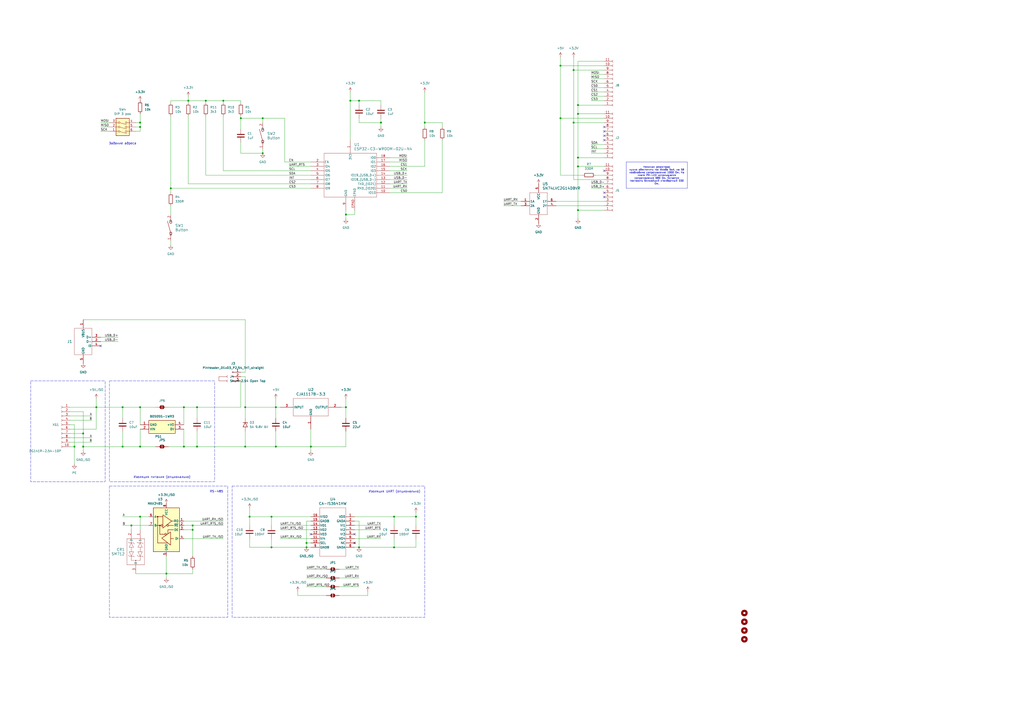
<source format=kicad_sch>
(kicad_sch (version 20231120) (generator "eeschema") (generator_version "8.0")
  (paper "A2")
  (title_block (title "${article} v${version}"))
  (junction (at 228.6 299.72))
  (junction (at 220.98 71.12))
  (junction (at 200.66 124.46))
  (junction (at 109.22 58.42))
  (junction (at 81.28 73.66))
  (junction (at 114.3 236.22))
  (junction (at 144.78 299.72))
  (junction (at 106.68 236.22))
  (junction (at 246.38 71.12))
  (junction (at 335.28 66.04))
  (junction (at 111.76 304.8))
  (junction (at 111.76 307.34))
  (junction (at 325.12 38.1))
  (junction (at 335.28 96.52))
  (junction (at 325.12 68.58))
  (junction (at 177.8 317.5))
  (junction (at 152.4 68.58))
  (junction (at 139.7 68.58))
  (junction (at 208.28 58.42))
  (junction (at 228.6 317.5))
  (junction (at 180.34 259.08))
  (junction (at 99.06 109.22))
  (junction (at 43.18 259.08))
  (junction (at 81.28 259.08))
  (junction (at 106.68 259.08))
  (junction (at 160.02 259.08))
  (junction (at 96.52 332.74))
  (junction (at 81.28 236.22))
  (junction (at 129.54 58.42))
  (junction (at 142.24 259.08))
  (junction (at 76.2 304.8))
  (junction (at 114.3 259.08))
  (junction (at 71.12 259.08))
  (junction (at 48.26 251.46))
  (junction (at 55.88 236.22))
  (junction (at 241.3 299.72))
  (junction (at 48.26 259.08))
  (junction (at 81.28 71.12))
  (junction (at 81.28 299.72))
  (junction (at 157.48 299.72))
  (junction (at 177.8 314.96))
  (junction (at 332.74 40.64))
  (junction (at 332.74 71.12))
  (junction (at 335.28 121.92))
  (junction (at 152.4 88.9))
  (junction (at 208.28 317.5))
  (junction (at 142.24 236.22))
  (junction (at 119.38 58.42))
  (junction (at 203.2 58.42))
  (junction (at 157.48 317.5))
  (junction (at 160.02 236.22))
  (junction (at 335.28 60.96))
  (junction (at 335.28 91.44))
  (junction (at 71.12 236.22))
  (junction (at 200.66 236.22))
  (no_connect (at 350.52 78.74))
  (no_connect (at 205.74 309.88))
  (no_connect (at 350.52 73.66))
  (no_connect (at 350.52 81.28))
  (no_connect (at 350.52 99.06))
  (no_connect (at 350.52 111.76))
  (no_connect (at 180.34 309.88))
  (no_connect (at 350.52 114.3))
  (no_connect (at 350.52 76.2))
  (no_connect (at 205.74 314.96))
  (no_connect (at 58.42 200.66))
  (wire (pts (xy 228.6 299.72) (xy 205.74 299.72)))
  (wire (pts (xy 332.74 40.64) (xy 350.52 40.64)))
  (wire (pts (xy 203.2 53.34) (xy 203.2 58.42)))
  (wire (pts (xy 189.23 340.36) (xy 177.8 340.36)))
  (wire (pts (xy 180.34 312.42) (xy 162.56 312.42)))
  (wire (pts (xy 200.66 124.46) (xy 200.66 127)))
  (wire (pts (xy 325.12 68.58) (xy 325.12 101.6)))
  (wire (pts (xy 205.74 121.92) (xy 205.74 124.46)))
  (wire (pts (xy 139.7 58.42) (xy 139.7 59.69)))
  (wire (pts (xy 228.6 312.42) (xy 228.6 317.5)))
  (wire (pts (xy 139.7 236.22) (xy 114.3 236.22)))
  (wire (pts (xy 58.42 76.2) (xy 63.5 76.2)))
  (wire (pts (xy 325.12 38.1) (xy 325.12 68.58)))
  (wire (pts (xy 342.9 50.8) (xy 350.52 50.8)))
  (wire (pts (xy 205.74 302.26) (xy 208.28 302.26)))
  (wire (pts (xy 43.18 259.08) (xy 40.64 259.08)))
  (wire (pts (xy 180.34 259.08) (xy 180.34 248.92)))
  (wire (pts (xy 78.74 73.66) (xy 81.28 73.66)))
  (wire (pts (xy 241.3 297.18) (xy 241.3 299.72)))
  (wire (pts (xy 228.6 304.8) (xy 228.6 299.72)))
  (wire (pts (xy 43.18 246.38) (xy 43.18 259.08)))
  (wire (pts (xy 129.54 67.31) (xy 129.54 99.06)))
  (wire (pts (xy 342.9 88.9) (xy 350.52 88.9)))
  (wire (pts (xy 160.02 236.22) (xy 160.02 242.57)))
  (wire (pts (xy 157.48 299.72) (xy 144.78 299.72)))
  (wire (pts (xy 78.74 71.12) (xy 81.28 71.12)))
  (wire (pts (xy 152.4 68.58) (xy 152.4 71.12)))
  (wire (pts (xy 322.58 119.38) (xy 350.52 119.38)))
  (wire (pts (xy 246.38 71.12) (xy 246.38 73.66)))
  (wire (pts (xy 139.7 68.58) (xy 139.7 74.93)))
  (wire (pts (xy 189.23 335.28) (xy 177.8 335.28)))
  (wire (pts (xy 81.28 246.38) (xy 81.28 236.22)))
  (wire (pts (xy 139.7 88.9) (xy 152.4 88.9)))
  (wire (pts (xy 226.06 111.76) (xy 256.54 111.76)))
  (wire (pts (xy 241.3 304.8) (xy 241.3 299.72)))
  (wire (pts (xy 142.24 215.9) (xy 139.7 215.9)))
  (wire (pts (xy 157.48 299.72) (xy 180.34 299.72)))
  (wire (pts (xy 208.28 68.58) (xy 208.28 71.12)))
  (wire (pts (xy 342.9 106.68) (xy 350.52 106.68)))
  (wire (pts (xy 335.28 96.52) (xy 335.28 91.44)))
  (wire (pts (xy 226.06 106.68) (xy 236.22 106.68)))
  (wire (pts (xy 335.28 60.96) (xy 335.28 66.04)))
  (wire (pts (xy 144.78 312.42) (xy 144.78 317.5)))
  (wire (pts (xy 220.98 307.34) (xy 205.74 307.34)))
  (wire (pts (xy 322.58 116.84) (xy 350.52 116.84)))
  (wire (pts (xy 81.28 248.92) (xy 81.28 259.08)))
  (wire (pts (xy 246.38 81.28) (xy 246.38 96.52)))
  (wire (pts (xy 142.24 250.19) (xy 142.24 259.08)))
  (wire (pts (xy 119.38 67.31) (xy 119.38 101.6)))
  (wire (pts (xy 332.74 71.12) (xy 350.52 71.12)))
  (wire (pts (xy 71.12 250.19) (xy 71.12 259.08)))
  (wire (pts (xy 40.64 238.76) (xy 48.26 238.76)))
  (wire (pts (xy 189.23 330.2) (xy 177.8 330.2)))
  (wire (pts (xy 208.28 340.36) (xy 196.85 340.36)))
  (wire (pts (xy 177.8 317.5) (xy 157.48 317.5)))
  (wire (pts (xy 208.28 317.5) (xy 205.74 317.5)))
  (wire (pts (xy 342.9 48.26) (xy 350.52 48.26)))
  (wire (pts (xy 157.48 312.42) (xy 157.48 317.5)))
  (wire (pts (xy 76.2 304.8) (xy 71.12 304.8)))
  (wire (pts (xy 71.12 242.57) (xy 71.12 236.22)))
  (wire (pts (xy 111.76 330.2) (xy 111.76 332.74)))
  (wire (pts (xy 114.3 250.19) (xy 114.3 259.08)))
  (wire (pts (xy 99.06 119.38) (xy 99.06 124.46)))
  (wire (pts (xy 99.06 58.42) (xy 109.22 58.42)))
  (wire (pts (xy 106.68 259.08) (xy 114.3 259.08)))
  (wire (pts (xy 129.54 304.8) (xy 111.76 304.8)))
  (wire (pts (xy 139.7 67.31) (xy 139.7 68.58)))
  (wire (pts (xy 97.79 259.08) (xy 106.68 259.08)))
  (wire (pts (xy 350.52 60.96) (xy 335.28 60.96)))
  (wire (pts (xy 160.02 236.22) (xy 162.56 236.22)))
  (wire (pts (xy 99.06 59.69) (xy 99.06 58.42)))
  (wire (pts (xy 228.6 317.5) (xy 208.28 317.5)))
  (wire (pts (xy 129.54 99.06) (xy 180.34 99.06)))
  (wire (pts (xy 58.42 198.12) (xy 68.58 198.12)))
  (wire (pts (xy 342.9 53.34) (xy 350.52 53.34)))
  (wire (pts (xy 109.22 58.42) (xy 119.38 58.42)))
  (wire (pts (xy 139.7 218.44) (xy 142.24 218.44)))
  (wire (pts (xy 58.42 195.58) (xy 68.58 195.58)))
  (wire (pts (xy 142.24 236.22) (xy 142.24 242.57)))
  (wire (pts (xy 203.2 58.42) (xy 203.2 81.28)))
  (wire (pts (xy 180.34 261.62) (xy 180.34 259.08)))
  (wire (pts (xy 208.28 71.12) (xy 220.98 71.12)))
  (wire (pts (xy 152.4 68.58) (xy 165.1 68.58)))
  (wire (pts (xy 99.06 139.7) (xy 99.06 142.24)))
  (wire (pts (xy 99.06 109.22) (xy 99.06 67.31)))
  (wire (pts (xy 325.12 33.02) (xy 325.12 38.1)))
  (wire (pts (xy 109.22 67.31) (xy 109.22 106.68)))
  (wire (pts (xy 241.3 317.5) (xy 228.6 317.5)))
  (wire (pts (xy 241.3 299.72) (xy 228.6 299.72)))
  (wire (pts (xy 200.66 236.22) (xy 200.66 242.57)))
  (wire (pts (xy 40.64 254) (xy 53.34 254)))
  (wire (pts (xy 200.66 121.92) (xy 200.66 124.46)))
  (wire (pts (xy 203.2 58.42) (xy 208.28 58.42)))
  (wire (pts (xy 106.68 307.34) (xy 111.76 307.34)))
  (wire (pts (xy 220.98 58.42) (xy 220.98 60.96)))
  (wire (pts (xy 106.68 236.22) (xy 114.3 236.22)))
  (wire (pts (xy 142.24 259.08) (xy 160.02 259.08)))
  (wire (pts (xy 350.52 121.92) (xy 335.28 121.92)))
  (wire (pts (xy 200.66 259.08) (xy 180.34 259.08)))
  (wire (pts (xy 48.26 251.46) (xy 48.26 259.08)))
  (wire (pts (xy 144.78 304.8) (xy 144.78 299.72)))
  (wire (pts (xy 48.26 238.76) (xy 48.26 251.46)))
  (wire (pts (xy 213.36 345.44) (xy 213.36 342.9)))
  (wire (pts (xy 220.98 312.42) (xy 205.74 312.42)))
  (wire (pts (xy 40.64 248.92) (xy 55.88 248.92)))
  (wire (pts (xy 71.12 259.08) (xy 81.28 259.08)))
  (wire (pts (xy 160.02 259.08) (xy 180.34 259.08)))
  (wire (pts (xy 40.64 246.38) (xy 43.18 246.38)))
  (wire (pts (xy 55.88 231.14) (xy 55.88 236.22)))
  (wire (pts (xy 226.06 91.44) (xy 236.22 91.44)))
  (wire (pts (xy 48.26 259.08) (xy 71.12 259.08)))
  (wire (pts (xy 208.28 58.42) (xy 220.98 58.42)))
  (wire (pts (xy 99.06 109.22) (xy 99.06 111.76)))
  (wire (pts (xy 152.4 86.36) (xy 152.4 88.9)))
  (wire (pts (xy 342.9 58.42) (xy 350.52 58.42)))
  (wire (pts (xy 81.28 66.04) (xy 81.28 71.12)))
  (wire (pts (xy 96.52 332.74) (xy 96.52 335.28)))
  (wire (pts (xy 220.98 71.12) (xy 220.98 73.66)))
  (wire (pts (xy 172.72 342.9) (xy 172.72 345.44)))
  (wire (pts (xy 106.68 246.38) (xy 106.68 236.22)))
  (wire (pts (xy 200.66 124.46) (xy 205.74 124.46)))
  (wire (pts (xy 337.82 101.6) (xy 325.12 101.6)))
  (wire (pts (xy 165.1 68.58) (xy 165.1 93.98)))
  (wire (pts (xy 55.88 236.22) (xy 55.88 248.92)))
  (wire (pts (xy 200.66 236.22) (xy 200.66 231.14)))
  (wire (pts (xy 119.38 101.6) (xy 180.34 101.6)))
  (wire (pts (xy 226.06 99.06) (xy 236.22 99.06)))
  (wire (pts (xy 157.48 304.8) (xy 157.48 299.72)))
  (wire (pts (xy 90.17 236.22) (xy 81.28 236.22)))
  (wire (pts (xy 109.22 106.68) (xy 180.34 106.68)))
  (wire (pts (xy 129.54 58.42) (xy 139.7 58.42)))
  (wire (pts (xy 144.78 294.64) (xy 144.78 299.72)))
  (wire (pts (xy 76.2 307.34) (xy 76.2 304.8)))
  (wire (pts (xy 71.12 236.22) (xy 81.28 236.22)))
  (wire (pts (xy 172.72 345.44) (xy 189.23 345.44)))
  (wire (pts (xy 106.68 248.92) (xy 106.68 259.08)))
  (wire (pts (xy 119.38 58.42) (xy 119.38 59.69)))
  (wire (pts (xy 78.74 332.74) (xy 96.52 332.74)))
  (wire (pts (xy 180.34 307.34) (xy 162.56 307.34)))
  (wire (pts (xy 58.42 71.12) (xy 63.5 71.12)))
  (wire (pts (xy 342.9 55.88) (xy 350.52 55.88)))
  (wire (pts (xy 180.34 314.96) (xy 177.8 314.96)))
  (wire (pts (xy 81.28 299.72) (xy 71.12 299.72)))
  (wire (pts (xy 180.34 302.26) (xy 177.8 302.26)))
  (wire (pts (xy 157.48 317.5) (xy 144.78 317.5)))
  (wire (pts (xy 81.28 307.34) (xy 81.28 299.72)))
  (wire (pts (xy 292.1 116.84) (xy 302.26 116.84)))
  (wire (pts (xy 142.24 185.42) (xy 142.24 215.9)))
  (wire (pts (xy 335.28 66.04) (xy 335.28 91.44)))
  (wire (pts (xy 246.38 71.12) (xy 256.54 71.12)))
  (wire (pts (xy 129.54 58.42) (xy 129.54 59.69)))
  (wire (pts (xy 142.24 218.44) (xy 142.24 236.22)))
  (wire (pts (xy 332.74 40.64) (xy 332.74 71.12)))
  (wire (pts (xy 111.76 307.34) (xy 111.76 322.58)))
  (wire (pts (xy 129.54 312.42) (xy 106.68 312.42)))
  (wire (pts (xy 55.88 236.22) (xy 40.64 236.22)))
  (wire (pts (xy 58.42 73.66) (xy 63.5 73.66)))
  (wire (pts (xy 226.06 109.22) (xy 236.22 109.22)))
  (wire (pts (xy 114.3 242.57) (xy 114.3 236.22)))
  (wire (pts (xy 246.38 53.34) (xy 246.38 71.12)))
  (wire (pts (xy 200.66 250.19) (xy 200.66 259.08)))
  (wire (pts (xy 142.24 259.08) (xy 114.3 259.08)))
  (wire (pts (xy 129.54 302.26) (xy 106.68 302.26)))
  (wire (pts (xy 332.74 33.02) (xy 332.74 40.64)))
  (wire (pts (xy 111.76 332.74) (xy 96.52 332.74)))
  (wire (pts (xy 342.9 83.82) (xy 350.52 83.82)))
  (wire (pts (xy 139.7 68.58) (xy 152.4 68.58)))
  (wire (pts (xy 332.74 104.14) (xy 350.52 104.14)))
  (wire (pts (xy 177.8 302.26) (xy 177.8 314.96)))
  (wire (pts (xy 350.52 35.56) (xy 335.28 35.56)))
  (wire (pts (xy 109.22 58.42) (xy 109.22 59.69)))
  (wire (pts (xy 208.28 335.28) (xy 196.85 335.28)))
  (wire (pts (xy 81.28 73.66) (xy 81.28 76.2)))
  (wire (pts (xy 78.74 76.2) (xy 81.28 76.2)))
  (wire (pts (xy 335.28 96.52) (xy 350.52 96.52)))
  (wire (pts (xy 335.28 35.56) (xy 335.28 60.96)))
  (wire (pts (xy 208.28 330.2) (xy 196.85 330.2)))
  (wire (pts (xy 325.12 38.1) (xy 350.52 38.1)))
  (wire (pts (xy 335.28 121.92) (xy 335.28 127)))
  (wire (pts (xy 196.85 345.44) (xy 213.36 345.44)))
  (wire (pts (xy 177.8 314.96) (xy 177.8 317.5)))
  (wire (pts (xy 226.06 96.52) (xy 246.38 96.52)))
  (wire (pts (xy 55.88 236.22) (xy 71.12 236.22)))
  (wire (pts (xy 226.06 101.6) (xy 236.22 101.6)))
  (wire (pts (xy 335.28 66.04) (xy 350.52 66.04)))
  (wire (pts (xy 81.28 71.12) (xy 81.28 73.66)))
  (wire (pts (xy 241.3 312.42) (xy 241.3 317.5)))
  (wire (pts (xy 160.02 231.14) (xy 160.02 236.22)))
  (wire (pts (xy 43.18 269.24) (xy 43.18 259.08)))
  (wire (pts (xy 86.36 299.72) (xy 81.28 299.72)))
  (wire (pts (xy 81.28 259.08) (xy 90.17 259.08)))
  (wire (pts (xy 160.02 250.19) (xy 160.02 259.08)))
  (wire (pts (xy 256.54 73.66) (xy 256.54 71.12)))
  (wire (pts (xy 292.1 119.38) (xy 302.26 119.38)))
  (wire (pts (xy 40.64 241.3) (xy 53.34 241.3)))
  (wire (pts (xy 342.9 45.72) (xy 350.52 45.72)))
  (wire (pts (xy 342.9 43.18) (xy 350.52 43.18)))
  (wire (pts (xy 342.9 109.22) (xy 350.52 109.22)))
  (wire (pts (xy 111.76 307.34) (xy 111.76 304.8)))
  (wire (pts (xy 198.12 236.22) (xy 200.66 236.22)))
  (wire (pts (xy 86.36 304.8) (xy 76.2 304.8)))
  (wire (pts (xy 350.52 101.6) (xy 345.44 101.6)))
  (wire (pts (xy 180.34 304.8) (xy 162.56 304.8)))
  (wire (pts (xy 97.79 236.22) (xy 106.68 236.22)))
  (wire (pts (xy 48.26 185.42) (xy 142.24 185.42)))
  (wire (pts (xy 180.34 317.5) (xy 177.8 317.5)))
  (wire (pts (xy 226.06 104.14) (xy 236.22 104.14)))
  (wire (pts (xy 142.24 236.22) (xy 160.02 236.22)))
  (wire (pts (xy 335.28 121.92) (xy 335.28 96.52)))
  (wire (pts (xy 208.28 60.96) (xy 208.28 58.42)))
  (wire (pts (xy 40.64 256.54) (xy 53.34 256.54)))
  (wire (pts (xy 109.22 55.88) (xy 109.22 58.42)))
  (wire (pts (xy 119.38 58.42) (xy 129.54 58.42)))
  (wire (pts (xy 335.28 91.44) (xy 350.52 91.44)))
  (wire (pts (xy 220.98 304.8) (xy 205.74 304.8)))
  (wire (pts (xy 208.28 302.26) (xy 208.28 317.5)))
  (wire (pts (xy 332.74 104.14) (xy 332.74 71.12)))
  (wire (pts (xy 256.54 81.28) (xy 256.54 111.76)))
  (wire (pts (xy 48.26 259.08) (xy 48.26 261.62)))
  (wire (pts (xy 167.64 96.52) (xy 180.34 96.52)))
  (wire (pts (xy 226.06 93.98) (xy 236.22 93.98)))
  (wire (pts (xy 139.7 82.55) (xy 139.7 88.9)))
  (wire (pts (xy 139.7 220.98) (xy 139.7 236.22)))
  (wire (pts (xy 325.12 68.58) (xy 350.52 68.58)))
  (wire (pts (xy 342.9 86.36) (xy 350.52 86.36)))
  (wire (pts (xy 165.1 93.98) (xy 180.34 93.98)))
  (wire (pts (xy 40.64 251.46) (xy 48.26 251.46)))
  (wire (pts (xy 111.76 304.8) (xy 106.68 304.8)))
  (wire (pts (xy 99.06 109.22) (xy 180.34 109.22)))
  (wire (pts (xy 96.52 322.58) (xy 96.52 332.74)))
  (wire (pts (xy 167.64 104.14) (xy 180.34 104.14)))
  (wire (pts (xy 220.98 68.58) (xy 220.98 71.12)))
  (wire (pts (xy 40.64 243.84) (xy 53.34 243.84)))
  (rectangle (start 17.78 220.98) (end 60.96 279.4) (stroke (width 0) (type dash)))
  (rectangle (start 246.38 281.94) (end 134.62 358.14) (stroke (width 0) (type dash)))
  (rectangle (start 132.08 281.94) (end 63.5 358.14) (stroke (width 0) (type dash)))
  (rectangle (start 63.5 220.98) (end 124.46 279.4) (stroke (width 0) (type dash)))
  (text_box "Номинал резистора:\nнужно обеспечить ток диода 5мА, на 5В необходимо сопротивление 1000 Ом. На плате PM-LED используются сопротивления 680 Ом. Остается поставить ближайший стандартный 330 Ом." (at 363.22 93.98 0) (size 35.56 15.24) (effects (font (size 1 1))))
  (text "Задание адреса" (at 71.12 83.312 0) (effects (font (size 1.27 1.27))))
  (text "RS-485" (at 129.54 284.48 0) (effects (font (size 1.27 1.27)) (justify right top)))
  (text "Изоляция UART (опционально)" (at 243.84 284.48 0) (effects (font (size 1.27 1.27)) (justify right top)))
  (text "Изоляция питания (опционально)" (at 93.98 276.86 0) (effects (font (size 1.27 1.27))))
  (label "UART_RX_ISO" (at 162.56 312.42 0))
  (label "SDA" (at 342.9 83.82 0))
  (label "USB_D+" (at 68.58 195.58 180))
  (label "CS2" (at 167.64 106.68 0))
  (label "UART_RTS_ISO" (at 129.54 304.8 180))
  (label "USB_D-" (at 68.58 198.12 180))
  (label "CS0" (at 236.22 111.76 180))
  (label "CS1" (at 236.22 96.52 180))
  (label "UART_RX" (at 220.98 312.42 180))
  (label "UART_RTS_ISO" (at 162.56 307.34 0))
  (label "SCK" (at 58.42 76.2 0))
  (label "CS1" (at 342.9 53.34 0))
  (label "UART_TX_ISO" (at 177.8 330.2 0))
  (label "CS2" (at 342.9 55.88 0))
  (label "MISO" (at 58.42 73.66 0))
  (label "SCK" (at 236.22 99.06 180))
  (label "MOSI" (at 342.9 43.18 0))
  (label "UART_RTS" (at 208.28 340.36 180))
  (label "SCL" (at 342.9 86.36 0))
  (label "CS0" (at 342.9 50.8 0))
  (label "UART_RTS" (at 220.98 307.34 180))
  (label "SCK" (at 342.9 48.26 0))
  (label "UART_RX" (at 208.28 335.28 180))
  (label "USB_D+" (at 342.9 109.22 0))
  (label "A" (at 71.12 299.72 0))
  (label "INT" (at 342.9 88.9 0))
  (label "USB_D-" (at 236.22 104.14 180))
  (label "SCL" (at 167.64 99.06 0))
  (label "UART_RX_ISO" (at 177.8 335.28 0))
  (label "USB_D+" (at 236.22 101.6 180))
  (label "A" (at 53.34 254 180))
  (label "MISO" (at 342.9 45.72 0))
  (label "UART_TX_ISO" (at 162.56 304.8 0))
  (label "A" (at 53.34 241.3 180))
  (label "UART_RTS_ISO" (at 177.8 340.36 0))
  (label "UART_TX_ISO" (at 129.54 312.42 180))
  (label "CS3" (at 342.9 58.42 0))
  (label "MISO" (at 236.22 93.98 180))
  (label "SDA" (at 167.64 101.6 0))
  (label "UART_TX" (at 292.1 119.38 0))
  (label "UART_TX" (at 220.98 304.8 180))
  (label "UART_RX" (at 236.22 109.22 180))
  (label "UART_RX_ISO" (at 129.54 302.26 180))
  (label "CS3" (at 167.64 109.22 0))
  (label "EN" (at 167.64 93.98 0))
  (label "MOSI" (at 58.42 71.12 0))
  (label "UART_TX" (at 208.28 330.2 180))
  (label "UART_RX" (at 292.1 116.84 0))
  (label "B" (at 53.34 243.84 180))
  (label "MOSI" (at 236.22 91.44 180))
  (label "B" (at 53.34 256.54 180))
  (label "UART_TX" (at 236.22 106.68 180))
  (label "INT" (at 167.64 104.14 0))
  (label "USB_D-" (at 342.9 106.68 0))
  (label "UART_RTS" (at 167.64 96.52 0))
  (label "B" (at 71.12 304.8 0))
  (symbol (lib_id "kicad_inventree_lib:R_10k_1206_1%") (at 109.22 63.5 0) (unit 1)
    (property "Reference" "R2" (at 111.76 62.2299 0) (effects (justify left)))
    (property "Value" "10k" (at 111.76 64.7699 0) (effects (justify left)))
    (property "Footprint" "Resistor_SMD:R_1206_3216Metric_Pad1.30x1.75mm_HandSolder" (effects (hide yes)))
    (property "Datasheet" "http://inventree.network/part/26/" (effects (hide yes)))
    (property "Description" "Resistor" (effects (hide yes)))
    (property "NextPCB_price" "0.00169" (effects (hide yes)))
    (property "NextPCB_url" "https://www.hqonline.com/product-detail/chip-resistors-fojan-frc1206f3301ts-2500354421" (effects (hide yes)))
    (property "part_ipn" "R_10k_1206_1%" (effects (hide yes)))
  )
  (symbol (lib_id "kicad_inventree_lib:DA-03BLP") (at 71.12 73.66 0) (mirror x) (unit 1)
    (property "Reference" "SW4" (at 71.12 63.5 0))
    (property "Value" "DIP 3 pos" (at 71.12 66.04 0))
    (property "Footprint" "kicad_inventree_lib:DA03BLP" (effects (hide yes)))
    (property "Datasheet" "http://inventree.network/part/175/" (effects (hide yes)))
    (property "Description" "3 positions SPST 24V Blue 25mA 3000 Times Flat Toggle, Raised Style Plugin DIP Switches" (effects (hide yes)))
    (property "part_ipn" "DA-03BLP" (effects (hide yes)))
  )
  (symbol (lib_id "kicad_inventree_lib:TS-1088-AR02016") (at 152.4 86.36 90) (unit 1)
    (property "Reference" "SW2" (at 154.94 77.4699 90) (effects (font (size 1.524 1.524)) (justify right)))
    (property "Value" "Button" (at 154.94 80.0099 90) (effects (font (size 1.524 1.524)) (justify right)))
    (property "Footprint" "kicad_inventree_lib:SW_TS-1088_XNP-M" (effects (hide yes)))
    (property "Datasheet" "http://inventree.network/part/139/" (effects (hide yes)))
    (property "part_ipn" "TS-1088-AR02016 " (effects (hide yes)))
  )
  (symbol (lib_id "power:+3.3V") (at 312.42 106.68 0) (unit 1)
    (property "Reference" "#PWR029" (effects (hide yes)))
    (property "Value" "+3.3V" (at 312.42 101.6 0))
    (property "Description" "Power symbol creates a global label with name \"+3.3V\"" (effects (hide yes)))
  )
  (symbol (lib_id "kicad_inventree_lib:R_10k_1206_1%") (at 81.28 62.23 0) (unit 1)
    (property "Reference" "R6" (at 83.82 60.9599 0) (effects (justify left)))
    (property "Value" "10k" (at 83.82 63.4999 0) (effects (justify left)))
    (property "Footprint" "Resistor_SMD:R_1206_3216Metric_Pad1.30x1.75mm_HandSolder" (effects (hide yes)))
    (property "Datasheet" "http://inventree.network/part/26/" (effects (hide yes)))
    (property "Description" "Resistor" (effects (hide yes)))
    (property "NextPCB_price" "0.00169" (effects (hide yes)))
    (property "NextPCB_url" "https://www.hqonline.com/product-detail/chip-resistors-fojan-frc1206f3301ts-2500354421" (effects (hide yes)))
    (property "part_ipn" "R_10k_1206_1%" (effects (hide yes)))
  )
  (symbol (lib_id "kicad_inventree_lib:C_10uF_16V_1206") (at 208.28 64.77 180) (unit 1)
    (property "Reference" "C2" (at 212.09 63.4999 0) (effects (justify right)))
    (property "Value" "10uF" (at 212.09 66.0399 0) (effects (justify right)))
    (property "Footprint" "Capacitor_SMD:C_1206_3216Metric_Pad1.33x1.80mm_HandSolder" (effects (hide yes)))
    (property "Datasheet" "http://inventree.network/part/141/" (effects (hide yes)))
    (property "Description" "Unpolarized capacitor" (effects (hide yes)))
    (property "part_ipn" "C_10uF_16V_1206" (effects (hide yes)))
  )
  (symbol (lib_id "power:GND") (at 208.28 317.5 0) (mirror y) (unit 1)
    (property "Reference" "#PWR021" (effects (hide yes)))
    (property "Value" "GND" (at 208.28 322.58 0))
    (property "Description" "Power symbol creates a global label with name \"GND\" , ground" (effects (hide yes)))
  )
  (symbol (lib_id "kicad_inventree_lib:R_330R_1206_1%") (at 99.06 115.57 0) (unit 1)
    (property "Reference" "R4" (at 101.6 114.2999 0) (effects (justify left)))
    (property "Value" "330R" (at 101.6 116.8399 0) (effects (justify left)))
    (property "Footprint" "Resistor_SMD:R_1206_3216Metric_Pad1.30x1.75mm_HandSolder" (effects (hide yes)))
    (property "Datasheet" "http://inventree.network/part/140/" (effects (hide yes)))
    (property "Description" "Resistor" (effects (hide yes)))
    (property "part_ipn" "R_330R_1206_1% " (effects (hide yes)))
  )
  (symbol (lib_id "power:+3.3V") (at 81.28 58.42 0) (unit 1)
    (property "Reference" "#PWR012" (effects (hide yes)))
    (property "Value" "+3.3V" (at 81.28 53.34 0))
    (property "Description" "Power symbol creates a global label with name \"+3.3V\"" (effects (hide yes)))
  )
  (symbol (lib_id "kicad_inventree_lib:C_1uF_16V_1206") (at 139.7 78.74 0) (unit 1)
    (property "Reference" "C1" (at 143.51 77.4699 0) (effects (justify left)))
    (property "Value" "1uF" (at 143.51 80.0099 0) (effects (justify left)))
    (property "Footprint" "Capacitor_SMD:C_1206_3216Metric_Pad1.33x1.80mm_HandSolder" (effects (hide yes)))
    (property "Datasheet" "http://inventree.network/part/141/" (effects (hide yes)))
    (property "Description" "Unpolarized capacitor" (effects (hide yes)))
    (property "part_ipn" "C_1uF_16V_1206" (effects (hide yes)))
  )
  (symbol (lib_id "power:GND") (at 220.98 73.66 0) (unit 1)
    (property "Reference" "#PWR010" (effects (hide yes)))
    (property "Value" "GND" (at 220.98 78.74 0))
    (property "Description" "Power symbol creates a global label with name \"GND\" , ground" (effects (hide yes)))
  )
  (symbol (lib_id "kicad_inventree_lib:R_10k_1206_1%") (at 99.06 63.5 0) (unit 1)
    (property "Reference" "R3" (at 101.6 62.2299 0) (effects (justify left)))
    (property "Value" "10k" (at 101.6 64.7699 0) (effects (justify left)))
    (property "Footprint" "Resistor_SMD:R_1206_3216Metric_Pad1.30x1.75mm_HandSolder" (effects (hide yes)))
    (property "Datasheet" "http://inventree.network/part/26/" (effects (hide yes)))
    (property "Description" "Resistor" (effects (hide yes)))
    (property "NextPCB_price" "0.00169" (effects (hide yes)))
    (property "NextPCB_url" "https://www.hqonline.com/product-detail/chip-resistors-fojan-frc1206f3301ts-2500354421" (effects (hide yes)))
    (property "part_ipn" "R_10k_1206_1%" (effects (hide yes)))
  )
  (symbol (lib_id "kicad_inventree_lib:C_22uF_16V_1206") (at 200.66 246.38 0) (unit 1)
    (property "Reference" "C5" (at 204.47 245.1099 0) (effects (justify left)))
    (property "Value" "22uF" (at 204.47 247.6499 0) (effects (justify left)))
    (property "Footprint" "Capacitor_SMD:C_1206_3216Metric_Pad1.33x1.80mm_HandSolder" (effects (hide yes)))
    (property "Datasheet" "http://inventree.network/part/166/" (effects (hide yes)))
    (property "Description" "Unpolarized capacitor" (effects (hide yes)))
    (property "part_ipn" "C_22uF_16V_1206" (effects (hide yes)))
  )
  (symbol (lib_id "power:+5V") (at 325.12 33.02 0) (unit 1)
    (property "Reference" "#PWR03" (effects (hide yes)))
    (property "Value" "+5V" (at 325.12 27.94 0))
    (property "Description" "Power symbol creates a global label with name \"+5V\"" (effects (hide yes)))
  )
  (symbol (lib_id "kicad_inventree_lib:C_10uF_16V_1206") (at 228.6 308.61 0) (mirror y) (unit 1)
    (property "Reference" "C9" (at 224.79 307.3399 0) (effects (justify left)))
    (property "Value" "10uF" (at 224.79 309.8799 0) (effects (justify left)))
    (property "Footprint" "Capacitor_SMD:C_1206_3216Metric_Pad1.33x1.80mm_HandSolder" (effects (hide yes)))
    (property "Datasheet" "http://inventree.network/part/141/" (effects (hide yes)))
    (property "Description" "Unpolarized capacitor" (effects (hide yes)))
    (property "part_ipn" "C_10uF_16V_1206" (effects (hide yes)))
    (property "optional" "1" (effects (hide yes)))
  )
  (symbol (lib_id "Jumper:SolderJumper_2_Open") (at 193.04 340.36 0) (mirror y) (unit 1) (exclude_from_sim yes) (in_bom no)
    (property "Reference" "JP3" (at 193.04 336.55 0))
    (property "Value" "SolderJumper_2_Open" (effects (hide yes)))
    (property "Footprint" "Jumper:SolderJumper-2_P1.3mm_Open_RoundedPad1.0x1.5mm" (effects (hide yes)))
    (property "Description" "Solder Jumper, 2-pole, open" (effects (hide yes)))
  )
  (symbol (lib_id "power:+3.3V") (at 172.72 342.9 0) (mirror y) (unit 1)
    (property "Reference" "#PWR026" (effects (hide yes)))
    (property "Value" "+3.3V_ISO" (at 172.72 337.82 0))
    (property "Description" "Power symbol creates a global label with name \"+3.3V\"" (effects (hide yes)))
  )
  (symbol (lib_id "kicad_inventree_lib:MountingHole_M2") (at 431.8 365.76 0) (unit 1) (exclude_from_sim yes) (in_bom no)
    (property "Reference" "H3" (effects (hide yes)))
    (property "Value" "MountingHole_M2" (effects (hide yes)))
    (property "Footprint" "kicad_inventree_lib:MountingHole_M2" (effects (hide yes)))
    (property "Description" "Mounting Hole without connection" (effects (hide yes)))
  )
  (symbol (lib_id "kicad_inventree_lib:MountingHole_M2") (at 431.8 370.84 0) (unit 1) (exclude_from_sim yes) (in_bom no)
    (property "Reference" "H4" (effects (hide yes)))
    (property "Value" "MountingHole_M2" (effects (hide yes)))
    (property "Footprint" "kicad_inventree_lib:MountingHole_M2" (effects (hide yes)))
    (property "Description" "Mounting Hole without connection" (effects (hide yes)))
  )
  (symbol (lib_id "kicad_inventree_lib:DG141R-2.54-10P") (at 35.56 246.38 0) (mirror y) (unit 1)
    (property "Reference" "XG1" (at 34.29 246.3799 0) (effects (justify left)))
    (property "Value" "DG141R-2.54-10P" (at 35.56 261.62 0) (effects (justify left)))
    (property "Footprint" "kicad_inventree_lib:DG141R-2.54-10P" (effects (hide yes)))
    (property "Datasheet" "http://inventree.network/platform/part/183/details" (effects (hide yes)))
    (property "Description" "Generic connector, single row, 01x10, script generated" (effects (hide yes)))
    (property "part_ipn" "DG141R-2.54-10P" (effects (hide yes)))
  )
  (symbol (lib_id "kicad_inventree_lib:TS-1088-AR02016") (at 99.06 139.7 90) (unit 1)
    (property "Reference" "SW1" (at 101.6 130.8099 90) (effects (font (size 1.524 1.524)) (justify right)))
    (property "Value" "Button" (at 101.6 133.3499 90) (effects (font (size 1.524 1.524)) (justify right)))
    (property "Footprint" "kicad_inventree_lib:SW_TS-1088_XNP-M" (effects (hide yes)))
    (property "Datasheet" "http://inventree.network/part/139/" (effects (hide yes)))
    (property "part_ipn" "TS-1088-AR02016 " (effects (hide yes)))
  )
  (symbol (lib_id "power:GND") (at 152.4 88.9 0) (unit 1)
    (property "Reference" "#PWR09" (effects (hide yes)))
    (property "Value" "GND" (at 152.4 93.98 0))
    (property "Description" "Power symbol creates a global label with name \"GND\" , ground" (effects (hide yes)))
  )
  (symbol (lib_name "AFA07-S10FCC-00_2") (lib_id "kicad_inventree_lib:AFA07-S10FCC-00") (at 355.6 81.28 0) (mirror x) (unit 1)
    (property "Reference" "J2" (at 356.87 80.0101 0) (effects (justify left)))
    (property "Value" "AFA07-S10FCC-00" (effects (hide yes)))
    (property "Footprint" "kicad_inventree_lib:CONN10_AFA07-S10_JUS" (effects (hide yes)))
    (property "Datasheet" "http://inventree.network/part/170/" (effects (hide yes)))
    (property "Description" "Generic connector, single row, 01x10, script generated" (effects (hide yes)))
    (property "part_ipn" "AFA07-S10FCC-00" (effects (hide yes)))
  )
  (symbol (lib_id "kicad_inventree_lib:LESD3Z5.0T1G") (at 142.24 246.38 270) (unit 1)
    (property "Reference" "D3" (at 144.78 245.1099 90) (effects (justify left)))
    (property "Value" "5A 9.8V 6V" (at 144.78 247.6499 90) (effects (justify left)))
    (property "Footprint" "Diode_SMD:D_SOD-323_HandSoldering" (effects (hide yes)))
    (property "Datasheet" "http://inventree.network/part/167/" (effects (hide yes)))
    (property "Description" "5A 9.8V 6V Unidirectional 5V SOD-323 ESD and Surge Protection (TVS/ESD) ROHS" (effects (hide yes)))
    (property "part_ipn" "LESD3Z5.0T1G" (effects (hide yes)))
  )
  (symbol (lib_id "kicad_inventree_lib:R_10k_1206_1%") (at 246.38 77.47 0) (unit 1)
    (property "Reference" "R8" (at 248.92 76.1999 0) (effects (justify left)))
    (property "Value" "10k" (at 248.92 78.7399 0) (effects (justify left)))
    (property "Footprint" "Resistor_SMD:R_1206_3216Metric_Pad1.30x1.75mm_HandSolder" (effects (hide yes)))
    (property "Datasheet" "http://inventree.network/part/26/" (effects (hide yes)))
    (property "Description" "Resistor" (effects (hide yes)))
    (property "NextPCB_price" "0.00169" (effects (hide yes)))
    (property "NextPCB_url" "https://www.hqonline.com/product-detail/chip-resistors-fojan-frc1206f3301ts-2500354421" (effects (hide yes)))
    (property "part_ipn" "R_10k_1206_1%" (effects (hide yes)))
  )
  (symbol (lib_id "kicad_inventree_lib:R_3k3_1206_1%") (at 129.54 63.5 0) (unit 1)
    (property "Reference" "R10" (at 132.08 62.2299 0) (effects (justify left)))
    (property "Value" "3k3" (at 132.08 64.7699 0) (effects (justify left)))
    (property "Footprint" "Resistor_SMD:R_1206_3216Metric_Pad1.30x1.75mm_HandSolder" (effects (hide yes)))
    (property "Datasheet" "http://inventree.network/part/4/" (effects (hide yes)))
    (property "Description" "Resistor" (effects (hide yes)))
    (property "NextPCB_price" "0.00169" (effects (hide yes)))
    (property "NextPCB_url" "https://www.hqonline.com/product-detail/chip-resistors-fojan-frc1206f3301ts-2500354421" (effects (hide yes)))
    (property "part_ipn" "R_3k3_1206_1%" (effects (hide yes)))
  )
  (symbol (lib_id "power:+3.3V") (at 332.74 33.02 0) (unit 1)
    (property "Reference" "#PWR04" (effects (hide yes)))
    (property "Value" "+3.3V" (at 332.74 27.94 0))
    (property "Description" "Power symbol creates a global label with name \"+3.3V\"" (effects (hide yes)))
  )
  (symbol (lib_id "kicad_inventree_lib:PinHeader_01x03_P2.54_THT_straight") (at 134.62 215.9 0) (unit 1)
    (property "Reference" "J3" (at 135.255 210.82 0))
    (property "Value" "PinHeader_01x03_P2.54_THT_straight" (at 135.255 213.36 0))
    (property "Footprint" "Connector_PinHeader_2.54mm:PinHeader_1x03_P2.54mm_Vertical" (effects (hide yes)))
    (property "Description" "Generic connector, single row, 01x05, script generated" (effects (hide yes)))
    (property "part_ipn" "PinHeader_01x03_P2.54_THT_straight" (effects (hide yes)))
  )
  (symbol (lib_id "kicad_inventree_lib:XKG_U254-051T-4BH83-S1S") (at 48.26 190.5 0) (mirror y) (unit 1)
    (property "Reference" "J1" (at 41.91 198.1199 0) (effects (font (size 1.524 1.524)) (justify left)))
    (property "Value" "U254-051T-4BH83-S1S" (effects (hide yes)))
    (property "Footprint" "kicad_inventree_lib:CONN5_H83-S1S_XKB" (effects (hide yes)))
    (property "Datasheet" "http://inventree.network/part/136/" (effects (hide yes)))
    (property "part_ipn" "U254-051T-4BH83-S1S " (effects (hide yes)))
  )
  (symbol (lib_id "kicad_inventree_lib:C_1uF_16V_1206") (at 220.98 64.77 0) (unit 1)
    (property "Reference" "C3" (at 224.79 63.4999 0) (effects (justify left)))
    (property "Value" "1uF" (at 224.79 66.0399 0) (effects (justify left)))
    (property "Footprint" "Capacitor_SMD:C_1206_3216Metric_Pad1.33x1.80mm_HandSolder" (effects (hide yes)))
    (property "Datasheet" "http://inventree.network/part/141/" (effects (hide yes)))
    (property "Description" "Unpolarized capacitor" (effects (hide yes)))
    (property "part_ipn" "C_1uF_16V_1206" (effects (hide yes)))
  )
  (symbol (lib_id "kicad_inventree_lib:B0505S-1WR3") (at 78.74 246.38 0) (unit 1)
    (property "Reference" "PS1" (at 89.916 253.238 0) (effects (justify left)))
    (property "Value" "B0505S-1WR3" (at 86.868 241.554 0) (effects (justify left)))
    (property "Footprint" "kicad_inventree_lib:B0505S1WR3" (effects (hide yes)))
    (property "Datasheet" "http://inventree.network/platform/part/181/details" (effects (hide yes)))
    (property "Description" "SIP Converter" (effects (hide yes)))
    (property "Height" "10.16" (effects (hide yes)))
    (property "Manufacturer_Name" "Mornsun Power" (effects (hide yes)))
    (property "Manufacturer_Part_Number" "B0505S-1WR3" (effects (hide yes)))
    (property "part_ipn" "B0505S-1WR3" (effects (hide yes)))
    (property "optional" "1" (effects (hide yes)))
  )
  (symbol (lib_id "Jumper:SolderJumper_2_Open") (at 93.98 259.08 0) (unit 1) (exclude_from_sim yes) (in_bom no)
    (property "Reference" "JP5" (at 93.98 255.27 0))
    (property "Value" "SolderJumper_2_Open" (effects (hide yes)))
    (property "Footprint" "Jumper:SolderJumper-2_P1.3mm_Open_RoundedPad1.0x1.5mm" (effects (hide yes)))
    (property "Description" "Solder Jumper, 2-pole, open" (effects (hide yes)))
  )
  (symbol (lib_id "Jumper:SolderJumper_2_Open") (at 93.98 236.22 0) (unit 1) (exclude_from_sim yes) (in_bom no)
    (property "Reference" "JP6" (at 93.98 232.41 0))
    (property "Value" "SolderJumper_2_Open" (effects (hide yes)))
    (property "Footprint" "Jumper:SolderJumper-2_P1.3mm_Open_RoundedPad1.0x1.5mm" (effects (hide yes)))
    (property "Description" "Solder Jumper, 2-pole, open" (effects (hide yes)))
  )
  (symbol (lib_id "power:+3.3V") (at 96.52 292.1 0) (mirror y) (unit 1)
    (property "Reference" "#PWR017" (effects (hide yes)))
    (property "Value" "+3.3V_ISO" (at 96.52 287.02 0))
    (property "Description" "Power symbol creates a global label with name \"+3.3V\"" (effects (hide yes)))
  )
  (symbol (lib_id "kicad_inventree_lib:SN74LVC2G14DBVR") (at 312.42 111.76 0) (unit 1)
    (property "Reference" "U5" (at 314.6141 106.68 0) (effects (font (size 1.524 1.524)) (justify left)))
    (property "Value" "SN74LVC2G14DBVR" (at 314.6141 109.22 0) (effects (font (size 1.524 1.524)) (justify left)))
    (property "Footprint" "kicad_inventree_lib:DBV6-M" (effects (hide yes)))
    (property "Datasheet" "SN74LVC2G14DBVR" (effects (hide yes)))
  )
  (symbol (lib_id "power:+3.3V") (at 203.2 53.34 0) (unit 1)
    (property "Reference" "#PWR014" (effects (hide yes)))
    (property "Value" "+3.3V" (at 203.2 48.26 0))
    (property "Description" "Power symbol creates a global label with name \"+3.3V\"" (effects (hide yes)))
  )
  (symbol (lib_id "power:GND") (at 180.34 261.62 0) (mirror y) (unit 1)
    (property "Reference" "#PWR05" (effects (hide yes)))
    (property "Value" "GND" (at 180.34 266.7 0))
    (property "Description" "Power symbol creates a global label with name \"GND\" , ground" (effects (hide yes)))
  )
  (symbol (lib_id "kicad_inventree_lib:R_330R_1206_1%") (at 341.63 101.6 90) (unit 1)
    (property "Reference" "R7" (at 341.63 95.25 90))
    (property "Value" "330R" (at 341.63 97.79 90))
    (property "Footprint" "Resistor_SMD:R_1206_3216Metric_Pad1.30x1.75mm_HandSolder" (effects (hide yes)))
    (property "Datasheet" "http://inventree.network/part/140/" (effects (hide yes)))
    (property "Description" "Resistor" (effects (hide yes)))
    (property "part_ipn" "R_330R_1206_1% " (effects (hide yes)))
  )
  (symbol (lib_id "kicad_inventree_lib:MountingHole_M2") (at 431.8 360.68 0) (unit 1) (exclude_from_sim yes) (in_bom no)
    (property "Reference" "H2" (effects (hide yes)))
    (property "Value" "MountingHole_M2" (effects (hide yes)))
    (property "Footprint" "kicad_inventree_lib:MountingHole_M2" (effects (hide yes)))
    (property "Description" "Mounting Hole without connection" (effects (hide yes)))
  )
  (symbol (lib_id "kicad_inventree_lib:ESP32-C3-WROOM-02U-N4") (at 203.2 88.9 0) (unit 1)
    (property "Reference" "U1" (at 205.3941 83.82 0) (effects (font (size 1.524 1.524)) (justify left)))
    (property "Value" "ESP32-C3-WROOM-02U-N4" (at 205.3941 86.36 0) (effects (font (size 1.524 1.524)) (justify left)))
    (property "Footprint" "kicad_inventree_lib:ESP32-C3-WROOM-02U_EXP" (effects (hide yes)))
    (property "Datasheet" "http://inventree.network/part/132/" (effects (hide yes)))
    (property "part_ipn" "ESP32-C3-WROOM-02U-N4" (effects (hide yes)))
  )
  (symbol (lib_id "kicad_inventree_lib:C_100nF_50V_1206") (at 241.3 308.61 0) (mirror y) (unit 1)
    (property "Reference" "C6" (at 237.49 307.3399 0) (effects (justify left)))
    (property "Value" "100nF" (at 237.49 309.8799 0) (effects (justify left)))
    (property "Footprint" "Capacitor_SMD:C_1206_3216Metric_Pad1.33x1.80mm_HandSolder" (effects (hide yes)))
    (property "Datasheet" "http://inventree.network/part/44/" (effects (hide yes)))
    (property "Description" "Unpolarized capacitor" (effects (hide yes)))
    (property "part_ipn" "C_100nF_50V_1206" (effects (hide yes)))
    (property "optional" "1" (effects (hide yes)))
  )
  (symbol (lib_id "Interface_UART:MAX3485") (at 96.52 307.34 0) (mirror y) (unit 1)
    (property "Reference" "U3" (at 94.3259 289.56 0) (effects (justify left)))
    (property "Value" "MAX3485" (at 94.3259 292.1 0) (effects (justify left)))
    (property "Footprint" "Package_SO:SOIC-8_3.9x4.9mm_P1.27mm" (effects (hide yes)))
    (property "Datasheet" "https://datasheets.maximintegrated.com/en/ds/MAX3483-MAX3491.pdf" (effects (hide yes)))
    (property "Description" "True RS-485/RS-422, 10Mbps, Slew-Rate Limited, with low-power shutdown, with receiver/driver enable, 32 receiver drive capacitity, DIP-8 and SOIC-8" (effects (hide yes)))
  )
  (symbol (lib_id "power:GND") (at 99.06 142.24 0) (unit 1)
    (property "Reference" "#PWR08" (effects (hide yes)))
    (property "Value" "GND" (at 99.06 147.32 0))
    (property "Description" "Power symbol creates a global label with name \"GND\" , ground" (effects (hide yes)))
  )
  (symbol (lib_id "power:+3.3V") (at 144.78 294.64 0) (mirror y) (unit 1)
    (property "Reference" "#PWR020" (effects (hide yes)))
    (property "Value" "+3.3V_ISO" (at 144.78 289.56 0))
    (property "Description" "Power symbol creates a global label with name \"+3.3V\"" (effects (hide yes)))
  )
  (symbol (lib_id "kicad_inventree_lib:R_10k_1206_1%") (at 256.54 77.47 0) (unit 1)
    (property "Reference" "R9" (at 259.08 76.1999 0) (effects (justify left)))
    (property "Value" "10k" (at 259.08 78.7399 0) (effects (justify left)))
    (property "Footprint" "Resistor_SMD:R_1206_3216Metric_Pad1.30x1.75mm_HandSolder" (effects (hide yes)))
    (property "Datasheet" "http://inventree.network/part/26/" (effects (hide yes)))
    (property "Description" "Resistor" (effects (hide yes)))
    (property "NextPCB_price" "0.00169" (effects (hide yes)))
    (property "NextPCB_url" "https://www.hqonline.com/product-detail/chip-resistors-fojan-frc1206f3301ts-2500354421" (effects (hide yes)))
    (property "part_ipn" "R_10k_1206_1%" (effects (hide yes)))
  )
  (symbol (lib_name "AFA07-S10FCC-00_1") (lib_id "kicad_inventree_lib:AFA07-S10FCC-00") (at 355.6 50.8 0) (mirror x) (unit 1)
    (property "Reference" "J8" (at 356.87 49.5301 0) (effects (justify left)))
    (property "Value" "AFA07-S10FCC-00" (effects (hide yes)))
    (property "Footprint" "kicad_inventree_lib:CONN10_AFA07-S10_JUS" (effects (hide yes)))
    (property "Datasheet" "http://inventree.network/part/170/" (effects (hide yes)))
    (property "Description" "Generic connector, single row, 01x10, script generated" (effects (hide yes)))
    (property "part_ipn" "AFA07-S10FCC-00" (effects (hide yes)))
  )
  (symbol (lib_id "power:+5V") (at 55.88 231.14 0) (mirror y) (unit 1)
    (property "Reference" "#PWR024" (effects (hide yes)))
    (property "Value" "+5V_ISO" (at 55.88 226.06 0))
    (property "Description" "Power symbol creates a global label with name \"+5V\"" (effects (hide yes)))
  )
  (symbol (lib_id "power:GND") (at 177.8 317.5 0) (mirror y) (unit 1)
    (property "Reference" "#PWR022" (effects (hide yes)))
    (property "Value" "GND_ISO" (at 177.8 322.58 0))
    (property "Description" "Power symbol creates a global label with name \"GND\" , ground" (effects (hide yes)))
  )
  (symbol (lib_id "power:GND") (at 200.66 127 0) (unit 1)
    (property "Reference" "#PWR07" (effects (hide yes)))
    (property "Value" "GND" (at 200.66 132.08 0))
    (property "Description" "Power symbol creates a global label with name \"GND\" , ground" (effects (hide yes)))
  )
  (symbol (lib_id "kicad_inventree_lib:C_10uF_16V_1206") (at 114.3 246.38 0) (unit 1)
    (property "Reference" "C11" (at 118.11 245.1099 0) (effects (justify left)))
    (property "Value" "10uF" (at 118.11 247.6499 0) (effects (justify left)))
    (property "Footprint" "Capacitor_SMD:C_1206_3216Metric_Pad1.33x1.80mm_HandSolder" (effects (hide yes)))
    (property "Datasheet" "http://inventree.network/part/141/" (effects (hide yes)))
    (property "Description" "Unpolarized capacitor" (effects (hide yes)))
    (property "part_ipn" "C_10uF_16V_1206" (effects (hide yes)))
    (property "optional" "1" (effects (hide yes)))
  )
  (symbol (lib_id "power:+3.3V") (at 241.3 297.18 0) (mirror y) (unit 1)
    (property "Reference" "#PWR019" (effects (hide yes)))
    (property "Value" "+3.3V" (at 241.3 292.1 0))
    (property "Description" "Power symbol creates a global label with name \"+3.3V\"" (effects (hide yes)))
  )
  (symbol (lib_id "Jumper:SolderJumper_2_Open") (at 193.04 345.44 0) (mirror y) (unit 1) (exclude_from_sim yes) (in_bom no)
    (property "Reference" "JP4" (at 193.04 341.63 0))
    (property "Value" "SolderJumper_2_Open" (effects (hide yes)))
    (property "Footprint" "Jumper:SolderJumper-2_P1.3mm_Open_RoundedPad1.0x1.5mm" (effects (hide yes)))
    (property "Description" "Solder Jumper, 2-pole, open" (effects (hide yes)))
  )
  (symbol (lib_id "power:GND") (at 335.28 127 0) (unit 1)
    (property "Reference" "#PWR011" (effects (hide yes)))
    (property "Value" "GND" (at 335.28 132.08 0))
    (property "Description" "Power symbol creates a global label with name \"GND\" , ground" (effects (hide yes)))
  )
  (symbol (lib_id "power:+3.3V") (at 200.66 231.14 0) (unit 1)
    (property "Reference" "#PWR06" (effects (hide yes)))
    (property "Value" "+3.3V" (at 200.66 226.06 0))
    (property "Description" "Power symbol creates a global label with name \"+3.3V\"" (effects (hide yes)))
  )
  (symbol (lib_id "power:GND") (at 43.18 269.24 0) (mirror y) (unit 1)
    (property "Reference" "#PWR018" (effects (hide yes)))
    (property "Value" "PE" (at 43.18 274.32 0))
    (property "Description" "Power symbol creates a global label with name \"GND\" , ground" (effects (hide yes)))
  )
  (symbol (lib_id "kicad_inventree_lib:R_3k3_1206_1%") (at 119.38 63.5 0) (unit 1)
    (property "Reference" "R11" (at 121.92 62.2299 0) (effects (justify left)))
    (property "Value" "3k3" (at 121.92 64.7699 0) (effects (justify left)))
    (property "Footprint" "Resistor_SMD:R_1206_3216Metric_Pad1.30x1.75mm_HandSolder" (effects (hide yes)))
    (property "Datasheet" "http://inventree.network/part/4/" (effects (hide yes)))
    (property "Description" "Resistor" (effects (hide yes)))
    (property "NextPCB_price" "0.00169" (effects (hide yes)))
    (property "NextPCB_url" "https://www.hqonline.com/product-detail/chip-resistors-fojan-frc1206f3301ts-2500354421" (effects (hide yes)))
    (property "part_ipn" "R_3k3_1206_1%" (effects (hide yes)))
  )
  (symbol (lib_id "kicad_inventree_lib:AFA07-S10FCC-00") (at 355.6 111.76 0) (mirror x) (unit 1)
    (property "Reference" "J5" (at 356.87 110.4901 0) (effects (justify left)))
    (property "Value" "AFA07-S10FCC-00" (effects (hide yes)))
    (property "Footprint" "kicad_inventree_lib:CONN10_AFA07-S10_JUS" (effects (hide yes)))
    (property "Datasheet" "http://inventree.network/part/170/" (effects (hide yes)))
    (property "Description" "Generic connector, single row, 01x10, script generated" (effects (hide yes)))
    (property "part_ipn" "AFA07-S10FCC-00" (effects (hide yes)))
  )
  (symbol (lib_id "power:GND") (at 48.26 210.82 0) (mirror y) (unit 1)
    (property "Reference" "#PWR028" (effects (hide yes)))
    (property "Value" "GND" (at 48.26 215.9 0))
    (property "Description" "Power symbol creates a global label with name \"GND\" , ground" (effects (hide yes)))
  )
  (symbol (lib_id "kicad_inventree_lib:SM712") (at 78.74 312.42 0) (mirror y) (unit 1)
    (property "Reference" "CR1" (at 72.39 318.7699 0) (effects (font (size 1.524 1.524)) (justify left)))
    (property "Value" "SM712" (at 72.39 321.3099 0) (effects (font (size 1.524 1.524)) (justify left)))
    (property "Footprint" "kicad_inventree_lib:SOT23-3_LTF-M" (effects (hide yes)))
    (property "Datasheet" "SM712-02HTG" (effects (hide yes)))
  )
  (symbol (lib_id "kicad_inventree_lib:C_10uF_16V_1206") (at 71.12 246.38 0) (unit 1)
    (property "Reference" "C7" (at 74.93 245.1099 0) (effects (justify left)))
    (property "Value" "10uF" (at 74.93 247.6499 0) (effects (justify left)))
    (property "Footprint" "Capacitor_SMD:C_1206_3216Metric_Pad1.33x1.80mm_HandSolder" (effects (hide yes)))
    (property "Datasheet" "http://inventree.network/part/141/" (effects (hide yes)))
    (property "Description" "Unpolarized capacitor" (effects (hide yes)))
    (property "part_ipn" "C_10uF_16V_1206" (effects (hide yes)))
    (property "optional" "1" (effects (hide yes)))
  )
  (symbol (lib_id "Jumper:SolderJumper_2_Open") (at 193.04 330.2 0) (mirror y) (unit 1) (exclude_from_sim yes) (in_bom no)
    (property "Reference" "JP1" (at 193.04 326.39 0))
    (property "Value" "SolderJumper_2_Open" (effects (hide yes)))
    (property "Footprint" "Jumper:SolderJumper-2_P1.3mm_Open_RoundedPad1.0x1.5mm" (effects (hide yes)))
    (property "Description" "Solder Jumper, 2-pole, open" (effects (hide yes)))
  )
  (symbol (lib_id "kicad_inventree_lib:C_100nF_50V_1206") (at 157.48 308.61 0) (mirror y) (unit 1)
    (property "Reference" "C8" (at 153.67 307.3399 0) (effects (justify left)))
    (property "Value" "100nF" (at 153.67 309.8799 0) (effects (justify left)))
    (property "Footprint" "Capacitor_SMD:C_1206_3216Metric_Pad1.33x1.80mm_HandSolder" (effects (hide yes)))
    (property "Datasheet" "http://inventree.network/part/44/" (effects (hide yes)))
    (property "Description" "Unpolarized capacitor" (effects (hide yes)))
    (property "part_ipn" "C_100nF_50V_1206" (effects (hide yes)))
    (property "optional" "1" (effects (hide yes)))
  )
  (symbol (lib_id "kicad_inventree_lib:CA-IS3641HW") (at 193.04 294.64 0) (mirror y) (unit 1)
    (property "Reference" "U4" (at 193.04 289.56 0) (effects (font (size 1.524 1.524))))
    (property "Value" "CA-IS3641HW" (at 193.04 292.1 0) (effects (font (size 1.524 1.524))))
    (property "Footprint" "kicad_inventree_lib:SOIC16-WBW_CLG-M" (effects (hide yes)))
    (property "Datasheet" "http://inventree.network/part/115/" (effects (hide yes)))
    (property "part_ipn" "CA-IS3641HW" (effects (hide yes)))
    (property "optional" "1" (effects (hide yes)))
  )
  (symbol (lib_id "power:+3.3V") (at 109.22 55.88 0) (unit 1)
    (property "Reference" "#PWR016" (effects (hide yes)))
    (property "Value" "+3.3V" (at 109.22 50.8 0))
    (property "Description" "Power symbol creates a global label with name \"+3.3V\"" (effects (hide yes)))
  )
  (symbol (lib_id "kicad_inventree_lib:Shunt 2.54 Open Top") (at 132.08 215.9 0) (unit 1) (on_board no)
    (property "Reference" "J4" (at 133.35 218.4399 0) (effects (justify left)))
    (property "Value" "Shunt 2.54 Open Top" (at 133.35 220.9799 0) (effects (justify left)))
    (property "Datasheet" "http://inventree.network/part/25/" (effects (hide yes)))
    (property "part_ipn" "Shunt 2.54 Open Top" (effects (hide yes)))
  )
  (symbol (lib_id "power:GND") (at 48.26 261.62 0) (mirror y) (unit 1)
    (property "Reference" "#PWR02" (effects (hide yes)))
    (property "Value" "GND_ISO" (at 48.26 266.7 0))
    (property "Description" "Power symbol creates a global label with name \"GND\" , ground" (effects (hide yes)))
  )
  (symbol (lib_id "kicad_inventree_lib:C_10uF_16V_1206") (at 144.78 308.61 0) (mirror y) (unit 1)
    (property "Reference" "C10" (at 140.97 307.3399 0) (effects (justify left)))
    (property "Value" "10uF" (at 140.97 309.8799 0) (effects (justify left)))
    (property "Footprint" "Capacitor_SMD:C_1206_3216Metric_Pad1.33x1.80mm_HandSolder" (effects (hide yes)))
    (property "Datasheet" "http://inventree.network/part/141/" (effects (hide yes)))
    (property "Description" "Unpolarized capacitor" (effects (hide yes)))
    (property "part_ipn" "C_10uF_16V_1206" (effects (hide yes)))
    (property "optional" "1" (effects (hide yes)))
  )
  (symbol (lib_id "kicad_inventree_lib:MountingHole_M2") (at 431.8 355.6 0) (unit 1) (exclude_from_sim yes) (in_bom no)
    (property "Reference" "H1" (effects (hide yes)))
    (property "Value" "MountingHole_M2" (effects (hide yes)))
    (property "Footprint" "kicad_inventree_lib:MountingHole_M2" (effects (hide yes)))
    (property "Description" "Mounting Hole without connection" (effects (hide yes)))
  )
  (symbol (lib_id "power:GND") (at 312.42 129.54 0) (unit 1)
    (property "Reference" "#PWR030" (effects (hide yes)))
    (property "Value" "GND" (at 312.42 134.62 0))
    (property "Description" "Power symbol creates a global label with name \"GND\" , ground" (effects (hide yes)))
  )
  (symbol (lib_id "Jumper:SolderJumper_2_Open") (at 193.04 335.28 0) (mirror y) (unit 1) (exclude_from_sim yes) (in_bom no)
    (property "Reference" "JP2" (at 193.04 331.47 0))
    (property "Value" "SolderJumper_2_Open" (effects (hide yes)))
    (property "Footprint" "Jumper:SolderJumper-2_P1.3mm_Open_RoundedPad1.0x1.5mm" (effects (hide yes)))
    (property "Description" "Solder Jumper, 2-pole, open" (effects (hide yes)))
  )
  (symbol (lib_id "kicad_inventree_lib:R_10k_1206_1%") (at 111.76 326.39 0) (mirror y) (unit 1)
    (property "Reference" "R5" (at 109.22 325.1199 0) (effects (justify left)))
    (property "Value" "10k" (at 109.22 327.6599 0) (effects (justify left)))
    (property "Footprint" "Resistor_SMD:R_1206_3216Metric_Pad1.30x1.75mm_HandSolder" (effects (hide yes)))
    (property "Datasheet" "http://inventree.network/part/26/" (effects (hide yes)))
    (property "Description" "Resistor" (effects (hide yes)))
    (property "NextPCB_price" "0.00169" (effects (hide yes)))
    (property "NextPCB_url" "https://www.hqonline.com/product-detail/chip-resistors-fojan-frc1206f3301ts-2500354421" (effects (hide yes)))
    (property "part_ipn" "R_10k_1206_1%" (effects (hide yes)))
  )
  (symbol (lib_id "power:+3.3V") (at 213.36 342.9 0) (mirror y) (unit 1)
    (property "Reference" "#PWR023" (effects (hide yes)))
    (property "Value" "+3.3V" (at 213.36 337.82 0))
    (property "Description" "Power symbol creates a global label with name \"+3.3V\"" (effects (hide yes)))
  )
  (symbol (lib_id "kicad_inventree_lib:C_10uF_16V_1206") (at 160.02 246.38 0) (unit 1)
    (property "Reference" "C4" (at 163.83 245.1099 0) (effects (justify left)))
    (property "Value" "10uF" (at 163.83 247.6499 0) (effects (justify left)))
    (property "Footprint" "Capacitor_SMD:C_1206_3216Metric_Pad1.33x1.80mm_HandSolder" (effects (hide yes)))
    (property "Datasheet" "http://inventree.network/part/141/" (effects (hide yes)))
    (property "Description" "Unpolarized capacitor" (effects (hide yes)))
    (property "part_ipn" "C_10uF_16V_1206" (effects (hide yes)))
  )
  (symbol (lib_id "kicad_inventree_lib:CJA1117B-3.3") (at 180.34 231.14 0) (unit 1)
    (property "Reference" "U2" (at 180.34 226.06 0) (effects (font (size 1.524 1.524))))
    (property "Value" "CJA1117B-3.3" (at 180.34 228.6 0) (effects (font (size 1.524 1.524))))
    (property "Footprint" "Package_TO_SOT_SMD:SOT-89-3" (effects (hide yes)))
    (property "Datasheet" "http://inventree.network/part/165/" (effects (hide yes)))
    (property "part_ipn" "CJA1117B-3.3" (effects (hide yes)))
  )
  (symbol (lib_id "kicad_inventree_lib:R_10k_1206_1%") (at 139.7 63.5 0) (unit 1)
    (property "Reference" "R1" (at 142.24 62.2299 0) (effects (justify left)))
    (property "Value" "10k" (at 142.24 64.7699 0) (effects (justify left)))
    (property "Footprint" "Resistor_SMD:R_1206_3216Metric_Pad1.30x1.75mm_HandSolder" (effects (hide yes)))
    (property "Datasheet" "http://inventree.network/part/26/" (effects (hide yes)))
    (property "Description" "Resistor" (effects (hide yes)))
    (property "NextPCB_price" "0.00169" (effects (hide yes)))
    (property "NextPCB_url" "https://www.hqonline.com/product-detail/chip-resistors-fojan-frc1206f3301ts-2500354421" (effects (hide yes)))
    (property "part_ipn" "R_10k_1206_1%" (effects (hide yes)))
  )
  (symbol (lib_id "power:+3.3V") (at 246.38 53.34 0) (unit 1)
    (property "Reference" "#PWR013" (effects (hide yes)))
    (property "Value" "+3.3V" (at 246.38 48.26 0))
    (property "Description" "Power symbol creates a global label with name \"+3.3V\"" (effects (hide yes)))
  )
  (symbol (lib_id "power:+5V") (at 160.02 231.14 0) (mirror y) (unit 1)
    (property "Reference" "#PWR01" (effects (hide yes)))
    (property "Value" "+5V" (at 160.02 226.06 0))
    (property "Description" "Power symbol creates a global label with name \"+5V\"" (effects (hide yes)))
  )
  (symbol (lib_id "power:GND") (at 96.52 335.28 0) (unit 1)
    (property "Reference" "#PWR015" (effects (hide yes)))
    (property "Value" "GND_ISO" (at 96.52 340.36 0))
    (property "Description" "Power symbol creates a global label with name \"GND\" , ground" (effects (hide yes)))
  )
)
</source>
